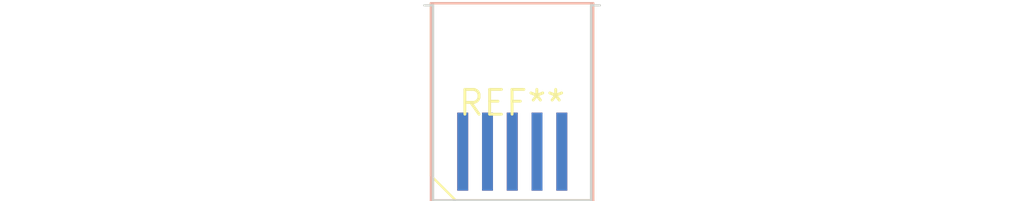
<source format=kicad_pcb>
(kicad_pcb (version 20240108) (generator pcbnew)
  (layers (0 "F.Cu" signal) (31 "B.Cu" signal) (34 "B.Paste" user) (35 "F.Paste" user) (36 "B.SilkS" user "B.Silkscreen") (37 "F.SilkS" user "F.Silkscreen") (38 "B.Mask" user) (39 "F.Mask" user) (44 "Edge.Cuts" user))
  (net 0 "")
  (footprint "Samtec_MECF-05-0_-NP-L-DV_2x05_P1.27mm_Edge" (layer "F.Cu") (at 0 0)
    (property "Reference" "REF**")
    (property "Value" "Samtec_MECF-05-0_-NP-L-DV_2x05_P1.27mm_Edge")
    (fp_line (start -4.16 -5.11) (end 4.16 -5.11) (layer "B.SilkS") (stroke (width 0.12)))
    (fp_line (start -4.16 5) (end -4.16 -5.11) (layer "B.SilkS") (stroke (width 0.12)))
    (fp_line (start -4.16 5) (end 4.16 5) (layer "B.SilkS") (stroke (width 0.12)))
    (fp_line (start 4.16 5) (end 4.16 -5.11) (layer "B.SilkS") (stroke (width 0.12)))
    (fp_line (start -4.16 -5.11) (end 4.16 -5.11) (layer "F.SilkS") (stroke (width 0.12)))
    (fp_line (start -4.16 3.73) (end -4.16 -5.11) (layer "F.SilkS") (stroke (width 0.12)))
    (fp_line (start -2.89 5) (end -4.16 3.73) (layer "F.SilkS") (stroke (width 0.12)))
    (fp_line (start -2.89 5) (end 4.16 5) (layer "F.SilkS") (stroke (width 0.12)))
    (fp_line (start 4.16 5) (end 4.16 -5.11) (layer "F.SilkS") (stroke (width 0.12)))
    (fp_line (start -4.5 -5) (end -4.05 -5) (layer "Edge.Cuts") (stroke (width 0.12)))
    (fp_line (start -4.05 5) (end -4.05 -5) (layer "Edge.Cuts") (stroke (width 0.12)))
    (fp_line (start -4.05 5) (end 4.05 5) (layer "Edge.Cuts") (stroke (width 0.12)))
    (fp_line (start 4.05 5) (end 4.05 -5) (layer "Edge.Cuts") (stroke (width 0.12)))
    (fp_line (start 4.5 -5) (end 4.05 -5) (layer "Edge.Cuts") (stroke (width 0.12)))
    (pad "1" connect rect (at -2.53 2.5) (size 0.56 4) (layers "F.Cu" "F.Mask"))
    (pad "2" connect rect (at -2.53 2.5) (size 0.56 4) (layers "B.Cu" "B.Mask"))
    (pad "3" connect rect (at -1.26 2.5) (size 0.56 4) (layers "F.Cu" "F.Mask"))
    (pad "4" connect rect (at -1.26 2.5) (size 0.56 4) (layers "B.Cu" "B.Mask"))
    (pad "5" connect rect (at 0.01 2.5) (size 0.56 4) (layers "F.Cu" "F.Mask"))
    (pad "6" connect rect (at 0.01 2.5) (size 0.56 4) (layers "B.Cu" "B.Mask"))
    (pad "7" connect rect (at 1.28 2.5) (size 0.56 4) (layers "F.Cu" "F.Mask"))
    (pad "8" connect rect (at 1.28 2.5) (size 0.56 4) (layers "B.Cu" "B.Mask"))
    (pad "9" connect rect (at 2.55 2.5) (size 0.56 4) (layers "F.Cu" "F.Mask"))
    (pad "10" connect rect (at 2.55 2.5) (size 0.56 4) (layers "B.Cu" "B.Mask"))
  )
)
</source>
